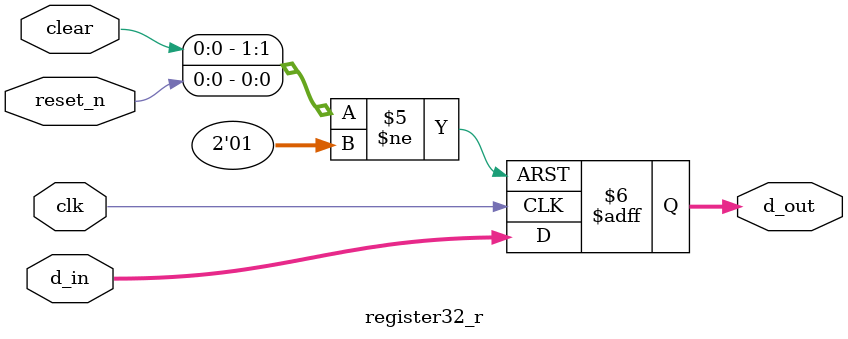
<source format=v>
module register32_r(clk, reset_n,clear, d_in, d_out); //[LAB05]Asynchronous resettable d ff
	input clk, reset_n,clear; // reset active low
	input [31:0] d_in;
	output reg [31:0] d_out;
	
	always@(posedge clk or negedge reset_n or posedge clear)
	begin
		if(reset_n == 0)		d_out <= 32'b0;
		else if(clear == 1)	d_out <= 32'b0;
		else						d_out <= d_in;
	end
endmodule
</source>
